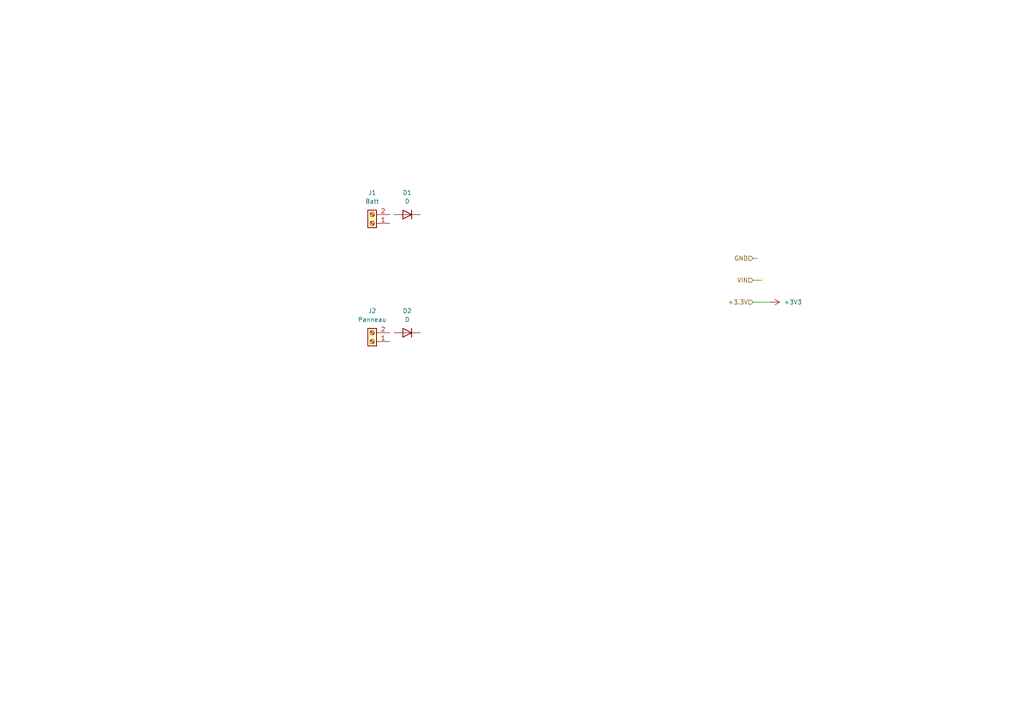
<source format=kicad_sch>
(kicad_sch
	(version 20250114)
	(generator "eeschema")
	(generator_version "9.0")
	(uuid "7fd1e59d-d896-4263-8d21-df7365fed559")
	(paper "A4")
	(lib_symbols
		(symbol "Connector:Screw_Terminal_01x02"
			(pin_names
				(offset 1.016)
				(hide yes)
			)
			(exclude_from_sim no)
			(in_bom yes)
			(on_board yes)
			(property "Reference" "J"
				(at 0 2.54 0)
				(effects
					(font
						(size 1.27 1.27)
					)
				)
			)
			(property "Value" "Screw_Terminal_01x02"
				(at 0 -5.08 0)
				(effects
					(font
						(size 1.27 1.27)
					)
				)
			)
			(property "Footprint" ""
				(at 0 0 0)
				(effects
					(font
						(size 1.27 1.27)
					)
					(hide yes)
				)
			)
			(property "Datasheet" "~"
				(at 0 0 0)
				(effects
					(font
						(size 1.27 1.27)
					)
					(hide yes)
				)
			)
			(property "Description" "Generic screw terminal, single row, 01x02, script generated (kicad-library-utils/schlib/autogen/connector/)"
				(at 0 0 0)
				(effects
					(font
						(size 1.27 1.27)
					)
					(hide yes)
				)
			)
			(property "ki_keywords" "screw terminal"
				(at 0 0 0)
				(effects
					(font
						(size 1.27 1.27)
					)
					(hide yes)
				)
			)
			(property "ki_fp_filters" "TerminalBlock*:*"
				(at 0 0 0)
				(effects
					(font
						(size 1.27 1.27)
					)
					(hide yes)
				)
			)
			(symbol "Screw_Terminal_01x02_1_1"
				(rectangle
					(start -1.27 1.27)
					(end 1.27 -3.81)
					(stroke
						(width 0.254)
						(type default)
					)
					(fill
						(type background)
					)
				)
				(polyline
					(pts
						(xy -0.5334 0.3302) (xy 0.3302 -0.508)
					)
					(stroke
						(width 0.1524)
						(type default)
					)
					(fill
						(type none)
					)
				)
				(polyline
					(pts
						(xy -0.5334 -2.2098) (xy 0.3302 -3.048)
					)
					(stroke
						(width 0.1524)
						(type default)
					)
					(fill
						(type none)
					)
				)
				(polyline
					(pts
						(xy -0.3556 0.508) (xy 0.508 -0.3302)
					)
					(stroke
						(width 0.1524)
						(type default)
					)
					(fill
						(type none)
					)
				)
				(polyline
					(pts
						(xy -0.3556 -2.032) (xy 0.508 -2.8702)
					)
					(stroke
						(width 0.1524)
						(type default)
					)
					(fill
						(type none)
					)
				)
				(circle
					(center 0 0)
					(radius 0.635)
					(stroke
						(width 0.1524)
						(type default)
					)
					(fill
						(type none)
					)
				)
				(circle
					(center 0 -2.54)
					(radius 0.635)
					(stroke
						(width 0.1524)
						(type default)
					)
					(fill
						(type none)
					)
				)
				(pin passive line
					(at -5.08 0 0)
					(length 3.81)
					(name "Pin_1"
						(effects
							(font
								(size 1.27 1.27)
							)
						)
					)
					(number "1"
						(effects
							(font
								(size 1.27 1.27)
							)
						)
					)
				)
				(pin passive line
					(at -5.08 -2.54 0)
					(length 3.81)
					(name "Pin_2"
						(effects
							(font
								(size 1.27 1.27)
							)
						)
					)
					(number "2"
						(effects
							(font
								(size 1.27 1.27)
							)
						)
					)
				)
			)
			(embedded_fonts no)
		)
		(symbol "Device:D"
			(pin_numbers
				(hide yes)
			)
			(pin_names
				(offset 1.016)
				(hide yes)
			)
			(exclude_from_sim no)
			(in_bom yes)
			(on_board yes)
			(property "Reference" "D"
				(at 0 2.54 0)
				(effects
					(font
						(size 1.27 1.27)
					)
				)
			)
			(property "Value" "D"
				(at 0 -2.54 0)
				(effects
					(font
						(size 1.27 1.27)
					)
				)
			)
			(property "Footprint" ""
				(at 0 0 0)
				(effects
					(font
						(size 1.27 1.27)
					)
					(hide yes)
				)
			)
			(property "Datasheet" "~"
				(at 0 0 0)
				(effects
					(font
						(size 1.27 1.27)
					)
					(hide yes)
				)
			)
			(property "Description" "Diode"
				(at 0 0 0)
				(effects
					(font
						(size 1.27 1.27)
					)
					(hide yes)
				)
			)
			(property "Sim.Device" "D"
				(at 0 0 0)
				(effects
					(font
						(size 1.27 1.27)
					)
					(hide yes)
				)
			)
			(property "Sim.Pins" "1=K 2=A"
				(at 0 0 0)
				(effects
					(font
						(size 1.27 1.27)
					)
					(hide yes)
				)
			)
			(property "ki_keywords" "diode"
				(at 0 0 0)
				(effects
					(font
						(size 1.27 1.27)
					)
					(hide yes)
				)
			)
			(property "ki_fp_filters" "TO-???* *_Diode_* *SingleDiode* D_*"
				(at 0 0 0)
				(effects
					(font
						(size 1.27 1.27)
					)
					(hide yes)
				)
			)
			(symbol "D_0_1"
				(polyline
					(pts
						(xy -1.27 1.27) (xy -1.27 -1.27)
					)
					(stroke
						(width 0.254)
						(type default)
					)
					(fill
						(type none)
					)
				)
				(polyline
					(pts
						(xy 1.27 1.27) (xy 1.27 -1.27) (xy -1.27 0) (xy 1.27 1.27)
					)
					(stroke
						(width 0.254)
						(type default)
					)
					(fill
						(type none)
					)
				)
				(polyline
					(pts
						(xy 1.27 0) (xy -1.27 0)
					)
					(stroke
						(width 0)
						(type default)
					)
					(fill
						(type none)
					)
				)
			)
			(symbol "D_1_1"
				(pin passive line
					(at -3.81 0 0)
					(length 2.54)
					(name "K"
						(effects
							(font
								(size 1.27 1.27)
							)
						)
					)
					(number "1"
						(effects
							(font
								(size 1.27 1.27)
							)
						)
					)
				)
				(pin passive line
					(at 3.81 0 180)
					(length 2.54)
					(name "A"
						(effects
							(font
								(size 1.27 1.27)
							)
						)
					)
					(number "2"
						(effects
							(font
								(size 1.27 1.27)
							)
						)
					)
				)
			)
			(embedded_fonts no)
		)
		(symbol "power:+3V3"
			(power)
			(pin_numbers
				(hide yes)
			)
			(pin_names
				(offset 0)
				(hide yes)
			)
			(exclude_from_sim no)
			(in_bom yes)
			(on_board yes)
			(property "Reference" "#PWR"
				(at 0 -3.81 0)
				(effects
					(font
						(size 1.27 1.27)
					)
					(hide yes)
				)
			)
			(property "Value" "+3V3"
				(at 0 3.556 0)
				(effects
					(font
						(size 1.27 1.27)
					)
				)
			)
			(property "Footprint" ""
				(at 0 0 0)
				(effects
					(font
						(size 1.27 1.27)
					)
					(hide yes)
				)
			)
			(property "Datasheet" ""
				(at 0 0 0)
				(effects
					(font
						(size 1.27 1.27)
					)
					(hide yes)
				)
			)
			(property "Description" "Power symbol creates a global label with name \"+3V3\""
				(at 0 0 0)
				(effects
					(font
						(size 1.27 1.27)
					)
					(hide yes)
				)
			)
			(property "ki_keywords" "global power"
				(at 0 0 0)
				(effects
					(font
						(size 1.27 1.27)
					)
					(hide yes)
				)
			)
			(symbol "+3V3_0_1"
				(polyline
					(pts
						(xy -0.762 1.27) (xy 0 2.54)
					)
					(stroke
						(width 0)
						(type default)
					)
					(fill
						(type none)
					)
				)
				(polyline
					(pts
						(xy 0 2.54) (xy 0.762 1.27)
					)
					(stroke
						(width 0)
						(type default)
					)
					(fill
						(type none)
					)
				)
				(polyline
					(pts
						(xy 0 0) (xy 0 2.54)
					)
					(stroke
						(width 0)
						(type default)
					)
					(fill
						(type none)
					)
				)
			)
			(symbol "+3V3_1_1"
				(pin power_in line
					(at 0 0 90)
					(length 0)
					(name "~"
						(effects
							(font
								(size 1.27 1.27)
							)
						)
					)
					(number "1"
						(effects
							(font
								(size 1.27 1.27)
							)
						)
					)
				)
			)
			(embedded_fonts no)
		)
	)
	(wire
		(pts
			(xy 218.44 74.93) (xy 219.71 74.93)
		)
		(stroke
			(width 0)
			(type default)
		)
		(uuid "124c095c-4bb3-4793-aea7-4bda2ab5965f")
	)
	(wire
		(pts
			(xy 223.52 87.63) (xy 218.44 87.63)
		)
		(stroke
			(width 0)
			(type default)
		)
		(uuid "8e24d8d7-c224-4656-adfc-543cae799e99")
	)
	(wire
		(pts
			(xy 218.44 81.28) (xy 220.98 81.28)
		)
		(stroke
			(width 0)
			(type default)
		)
		(uuid "d46c3ede-f914-4d29-a86a-13f5e10c9946")
	)
	(hierarchical_label "GND"
		(shape input)
		(at 218.44 74.93 180)
		(effects
			(font
				(size 1.27 1.27)
			)
			(justify right)
		)
		(uuid "0bc81536-3d31-49ab-aab7-acb2a60a2e8c")
	)
	(hierarchical_label "VIN"
		(shape input)
		(at 218.44 81.28 180)
		(effects
			(font
				(size 1.27 1.27)
			)
			(justify right)
		)
		(uuid "4d0eb3aa-ee71-4104-ab85-8f00fa8448ba")
	)
	(hierarchical_label "+3.3V"
		(shape input)
		(at 218.44 87.63 180)
		(effects
			(font
				(size 1.27 1.27)
			)
			(justify right)
		)
		(uuid "dbeb5c81-a3f2-45fe-991e-9dc7f5bb0c42")
	)
	(symbol
		(lib_id "Connector:Screw_Terminal_01x02")
		(at 107.95 99.06 180)
		(unit 1)
		(exclude_from_sim no)
		(in_bom yes)
		(on_board yes)
		(dnp no)
		(fields_autoplaced yes)
		(uuid "05d16ff3-097c-41f6-9d41-984e65a4a6d6")
		(property "Reference" "J2"
			(at 107.95 90.17 0)
			(effects
				(font
					(size 1.27 1.27)
				)
			)
		)
		(property "Value" "Panneau"
			(at 107.95 92.71 0)
			(effects
				(font
					(size 1.27 1.27)
				)
			)
		)
		(property "Footprint" ""
			(at 107.95 99.06 0)
			(effects
				(font
					(size 1.27 1.27)
				)
				(hide yes)
			)
		)
		(property "Datasheet" "~"
			(at 107.95 99.06 0)
			(effects
				(font
					(size 1.27 1.27)
				)
				(hide yes)
			)
		)
		(property "Description" "Generic screw terminal, single row, 01x02, script generated (kicad-library-utils/schlib/autogen/connector/)"
			(at 107.95 99.06 0)
			(effects
				(font
					(size 1.27 1.27)
				)
				(hide yes)
			)
		)
		(pin "2"
			(uuid "b92b2925-1e3d-48f9-8c78-c16120195301")
		)
		(pin "1"
			(uuid "bf987b96-402f-4d02-a67b-6e5d447477ae")
		)
		(instances
			(project "Main"
				(path "/77f264da-4c84-4b0c-9d20-4392731765e6/8078826c-4446-4e50-a209-45fcf7cbe7e4"
					(reference "J2")
					(unit 1)
				)
			)
		)
	)
	(symbol
		(lib_id "Device:D")
		(at 118.11 62.23 180)
		(unit 1)
		(exclude_from_sim no)
		(in_bom yes)
		(on_board yes)
		(dnp no)
		(fields_autoplaced yes)
		(uuid "8e72f9d1-19af-4f81-9956-dbf1042ee75a")
		(property "Reference" "D1"
			(at 118.11 55.88 0)
			(effects
				(font
					(size 1.27 1.27)
				)
			)
		)
		(property "Value" "D"
			(at 118.11 58.42 0)
			(effects
				(font
					(size 1.27 1.27)
				)
			)
		)
		(property "Footprint" ""
			(at 118.11 62.23 0)
			(effects
				(font
					(size 1.27 1.27)
				)
				(hide yes)
			)
		)
		(property "Datasheet" "~"
			(at 118.11 62.23 0)
			(effects
				(font
					(size 1.27 1.27)
				)
				(hide yes)
			)
		)
		(property "Description" "Diode"
			(at 118.11 62.23 0)
			(effects
				(font
					(size 1.27 1.27)
				)
				(hide yes)
			)
		)
		(property "Sim.Device" "D"
			(at 118.11 62.23 0)
			(effects
				(font
					(size 1.27 1.27)
				)
				(hide yes)
			)
		)
		(property "Sim.Pins" "1=K 2=A"
			(at 118.11 62.23 0)
			(effects
				(font
					(size 1.27 1.27)
				)
				(hide yes)
			)
		)
		(pin "1"
			(uuid "2740e985-5619-4d59-b0f5-073f76ede5e7")
		)
		(pin "2"
			(uuid "5d84563a-34b1-4bd1-91b8-1fac70f08063")
		)
		(instances
			(project ""
				(path "/77f264da-4c84-4b0c-9d20-4392731765e6/8078826c-4446-4e50-a209-45fcf7cbe7e4"
					(reference "D1")
					(unit 1)
				)
			)
		)
	)
	(symbol
		(lib_id "power:+3V3")
		(at 223.52 87.63 270)
		(unit 1)
		(exclude_from_sim no)
		(in_bom yes)
		(on_board yes)
		(dnp no)
		(fields_autoplaced yes)
		(uuid "dd44961c-aa9b-4c66-9c8b-90f969d3656f")
		(property "Reference" "#PWR08"
			(at 219.71 87.63 0)
			(effects
				(font
					(size 1.27 1.27)
				)
				(hide yes)
			)
		)
		(property "Value" "+3V3"
			(at 227.33 87.6299 90)
			(effects
				(font
					(size 1.27 1.27)
				)
				(justify left)
			)
		)
		(property "Footprint" ""
			(at 223.52 87.63 0)
			(effects
				(font
					(size 1.27 1.27)
				)
				(hide yes)
			)
		)
		(property "Datasheet" ""
			(at 223.52 87.63 0)
			(effects
				(font
					(size 1.27 1.27)
				)
				(hide yes)
			)
		)
		(property "Description" "Power symbol creates a global label with name \"+3V3\""
			(at 223.52 87.63 0)
			(effects
				(font
					(size 1.27 1.27)
				)
				(hide yes)
			)
		)
		(pin "1"
			(uuid "cbacb15f-2fb0-4ea6-b410-1aa0e675093c")
		)
		(instances
			(project "Main"
				(path "/77f264da-4c84-4b0c-9d20-4392731765e6/8078826c-4446-4e50-a209-45fcf7cbe7e4"
					(reference "#PWR08")
					(unit 1)
				)
			)
		)
	)
	(symbol
		(lib_id "Device:D")
		(at 118.11 96.52 180)
		(unit 1)
		(exclude_from_sim no)
		(in_bom yes)
		(on_board yes)
		(dnp no)
		(fields_autoplaced yes)
		(uuid "e28341fa-d01c-436d-9813-d8b66821c07c")
		(property "Reference" "D2"
			(at 118.11 90.17 0)
			(effects
				(font
					(size 1.27 1.27)
				)
			)
		)
		(property "Value" "D"
			(at 118.11 92.71 0)
			(effects
				(font
					(size 1.27 1.27)
				)
			)
		)
		(property "Footprint" ""
			(at 118.11 96.52 0)
			(effects
				(font
					(size 1.27 1.27)
				)
				(hide yes)
			)
		)
		(property "Datasheet" "~"
			(at 118.11 96.52 0)
			(effects
				(font
					(size 1.27 1.27)
				)
				(hide yes)
			)
		)
		(property "Description" "Diode"
			(at 118.11 96.52 0)
			(effects
				(font
					(size 1.27 1.27)
				)
				(hide yes)
			)
		)
		(property "Sim.Device" "D"
			(at 118.11 96.52 0)
			(effects
				(font
					(size 1.27 1.27)
				)
				(hide yes)
			)
		)
		(property "Sim.Pins" "1=K 2=A"
			(at 118.11 96.52 0)
			(effects
				(font
					(size 1.27 1.27)
				)
				(hide yes)
			)
		)
		(pin "1"
			(uuid "683d693a-6527-48c1-8ad2-981c1e925953")
		)
		(pin "2"
			(uuid "846fb588-6605-44e8-91ac-92f7a51adf79")
		)
		(instances
			(project "Main"
				(path "/77f264da-4c84-4b0c-9d20-4392731765e6/8078826c-4446-4e50-a209-45fcf7cbe7e4"
					(reference "D2")
					(unit 1)
				)
			)
		)
	)
	(symbol
		(lib_id "Connector:Screw_Terminal_01x02")
		(at 107.95 64.77 180)
		(unit 1)
		(exclude_from_sim no)
		(in_bom yes)
		(on_board yes)
		(dnp no)
		(fields_autoplaced yes)
		(uuid "fc412610-f040-4ad6-b1b1-69afd7021a82")
		(property "Reference" "J1"
			(at 107.95 55.88 0)
			(effects
				(font
					(size 1.27 1.27)
				)
			)
		)
		(property "Value" "Batt"
			(at 107.95 58.42 0)
			(effects
				(font
					(size 1.27 1.27)
				)
			)
		)
		(property "Footprint" ""
			(at 107.95 64.77 0)
			(effects
				(font
					(size 1.27 1.27)
				)
				(hide yes)
			)
		)
		(property "Datasheet" "~"
			(at 107.95 64.77 0)
			(effects
				(font
					(size 1.27 1.27)
				)
				(hide yes)
			)
		)
		(property "Description" "Generic screw terminal, single row, 01x02, script generated (kicad-library-utils/schlib/autogen/connector/)"
			(at 107.95 64.77 0)
			(effects
				(font
					(size 1.27 1.27)
				)
				(hide yes)
			)
		)
		(pin "2"
			(uuid "d127c1be-3f1d-4fa9-8794-67f98fe33412")
		)
		(pin "1"
			(uuid "d711142d-1981-4eab-ab5e-f3dcd6ca2927")
		)
		(instances
			(project ""
				(path "/77f264da-4c84-4b0c-9d20-4392731765e6/8078826c-4446-4e50-a209-45fcf7cbe7e4"
					(reference "J1")
					(unit 1)
				)
			)
		)
	)
)

</source>
